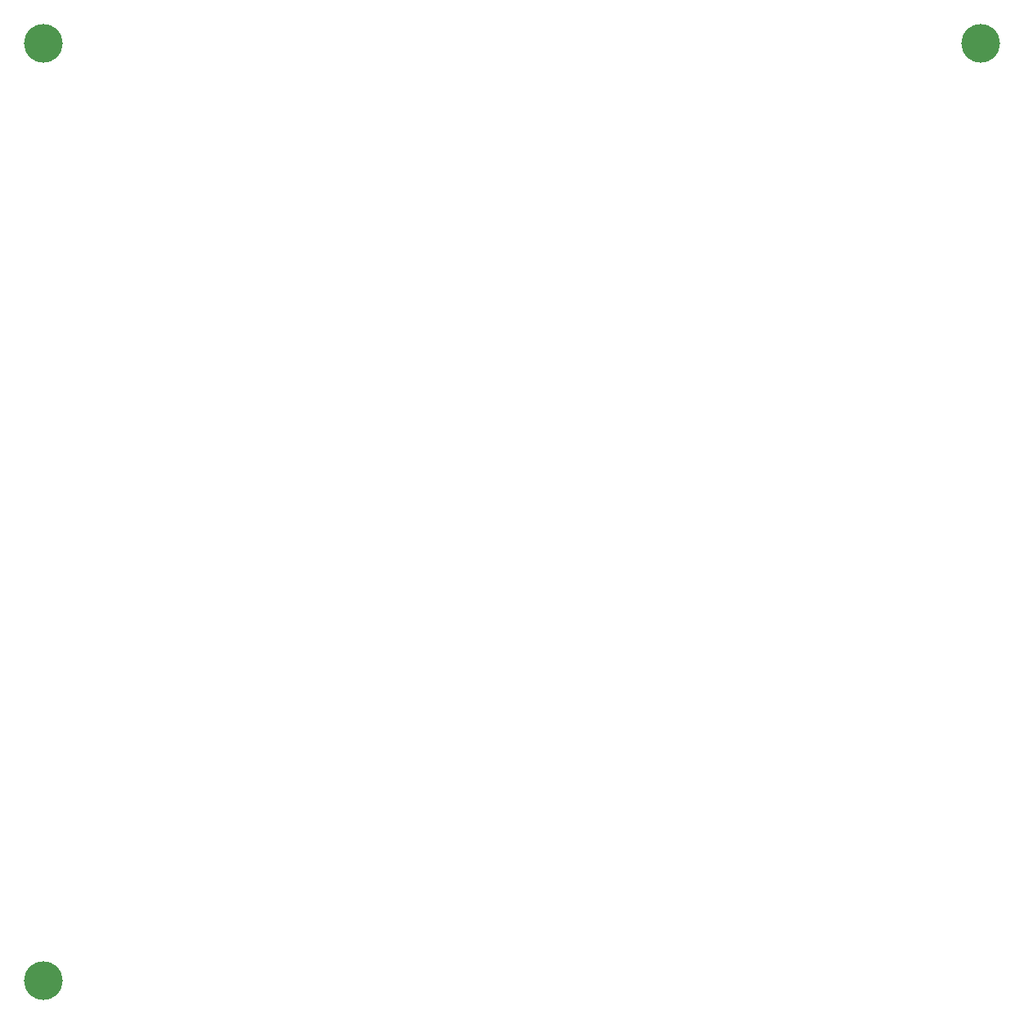
<source format=gbr>
%TF.GenerationSoftware,KiCad,Pcbnew,7.0.7-7.0.7~ubuntu20.04.1*%
%TF.CreationDate,2023-08-22T16:04:55-04:00*%
%TF.ProjectId,bno08x-i2c-board-v6-large-crystal-panel,626e6f30-3878-42d6-9932-632d626f6172,rev?*%
%TF.SameCoordinates,Original*%
%TF.FileFunction,Paste,Bot*%
%TF.FilePolarity,Positive*%
%FSLAX46Y46*%
G04 Gerber Fmt 4.6, Leading zero omitted, Abs format (unit mm)*
G04 Created by KiCad (PCBNEW 7.0.7-7.0.7~ubuntu20.04.1) date 2023-08-22 16:04:55*
%MOMM*%
%LPD*%
G01*
G04 APERTURE LIST*
%ADD10C,4.000000*%
G04 APERTURE END LIST*
D10*
%TO.C,REF\u002A\u002A*%
X2500000Y-2500000D03*
%TD*%
%TO.C,REF\u002A\u002A*%
X99497552Y-2500000D03*
%TD*%
%TO.C,REF\u002A\u002A*%
X2500000Y-99498776D03*
%TD*%
M02*

</source>
